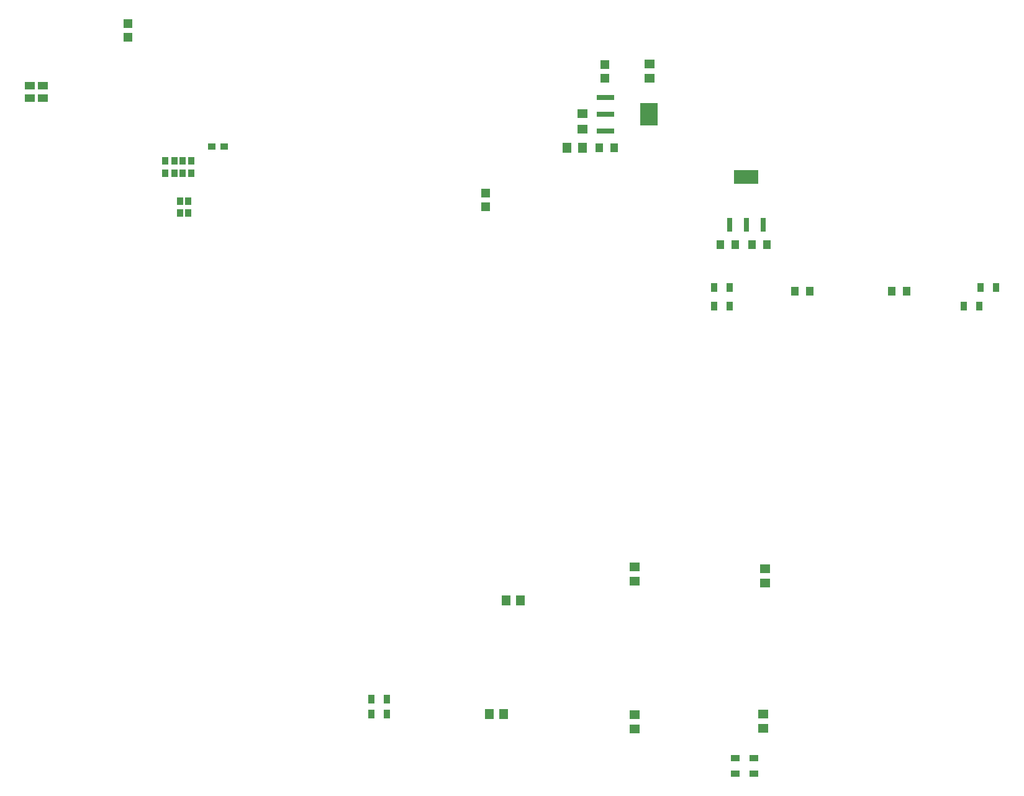
<source format=gbp>
G04*
G04 #@! TF.GenerationSoftware,Altium Limited,Altium Designer,25.1.2 (22)*
G04*
G04 Layer_Color=128*
%FSLAX25Y25*%
%MOIN*%
G70*
G04*
G04 #@! TF.SameCoordinates,3AA37EA1-F988-493A-ACA0-F71776FBCFF4*
G04*
G04*
G04 #@! TF.FilePolarity,Positive*
G04*
G01*
G75*
%ADD22R,0.05700X0.04400*%
%ADD23R,0.02600X0.07300*%
%ADD28R,0.04600X0.05700*%
%ADD41R,0.04724X0.03543*%
%ADD42R,0.09830X0.12192*%
%ADD43R,0.09830X0.03137*%
%ADD46R,0.03400X0.04200*%
%ADD48R,0.05000X0.05500*%
%ADD54R,0.04200X0.03400*%
%ADD56R,0.04200X0.05100*%
%ADD57R,0.05000X0.05000*%
%ADD59R,0.05500X0.05000*%
%ADD60R,0.05700X0.04600*%
%ADD128R,0.03543X0.04724*%
G36*
X686500Y365750D02*
Y373050D01*
X699500D01*
Y365750D01*
X686500D01*
D02*
G37*
D22*
X308359Y418123D02*
D03*
Y411623D02*
D03*
X315449D02*
D03*
Y418123D02*
D03*
D23*
X702050Y343600D02*
D03*
X693000D02*
D03*
X683950D02*
D03*
D28*
X605150Y385000D02*
D03*
X596850D02*
D03*
D41*
X687000Y48866D02*
D03*
Y57134D02*
D03*
X697000Y48866D02*
D03*
Y57134D02*
D03*
D42*
X640614Y403000D02*
D03*
D43*
X617386Y393945D02*
D03*
Y403000D02*
D03*
Y412055D02*
D03*
D46*
X386000Y377850D02*
D03*
Y371350D02*
D03*
X393500Y349850D02*
D03*
Y356350D02*
D03*
X390500Y377850D02*
D03*
Y371350D02*
D03*
X389000Y349850D02*
D03*
Y356350D02*
D03*
X381000Y371350D02*
D03*
Y377850D02*
D03*
X395000D02*
D03*
Y371350D02*
D03*
D48*
X564150Y142000D02*
D03*
X571850D02*
D03*
X562850Y81000D02*
D03*
X555150D02*
D03*
D54*
X412750Y385600D02*
D03*
X406250D02*
D03*
D56*
X613950Y385000D02*
D03*
X622050D02*
D03*
X678950Y333000D02*
D03*
X687050D02*
D03*
X695950D02*
D03*
X704050D02*
D03*
X727050Y308000D02*
D03*
X718950D02*
D03*
X770950D02*
D03*
X779050D02*
D03*
D57*
X361000Y451550D02*
D03*
Y444250D02*
D03*
X617000Y422350D02*
D03*
Y429650D02*
D03*
X553000Y353350D02*
D03*
Y360650D02*
D03*
D59*
X641000Y429850D02*
D03*
Y422150D02*
D03*
X633000Y73000D02*
D03*
Y80700D02*
D03*
Y152150D02*
D03*
Y159850D02*
D03*
X703000Y158850D02*
D03*
Y151150D02*
D03*
X702000Y80850D02*
D03*
Y73150D02*
D03*
D60*
X605000Y394850D02*
D03*
Y403150D02*
D03*
D128*
X500134Y89000D02*
D03*
X491866D02*
D03*
Y81000D02*
D03*
X500134D02*
D03*
X818866Y310000D02*
D03*
X827134D02*
D03*
X809866Y300000D02*
D03*
X818134D02*
D03*
X675866Y310000D02*
D03*
X684134D02*
D03*
X675866Y300000D02*
D03*
X684134D02*
D03*
M02*

</source>
